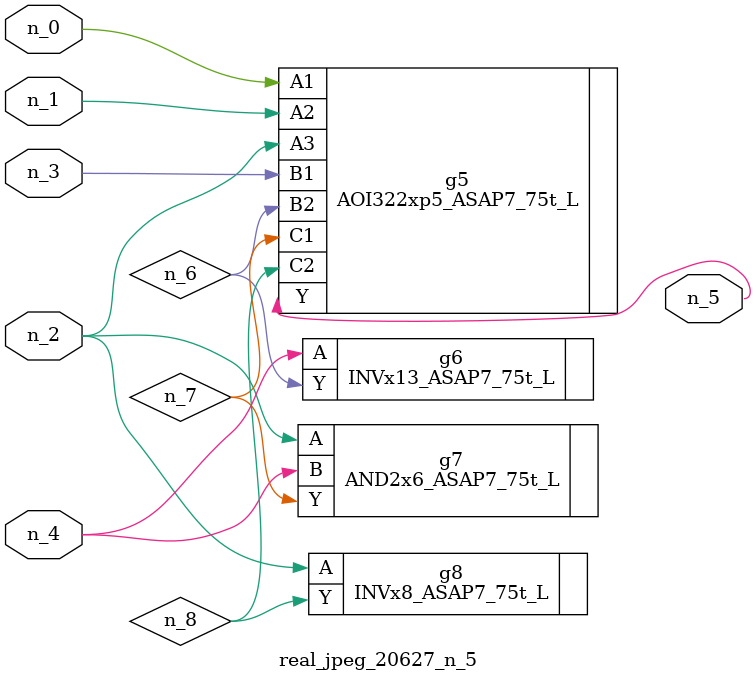
<source format=v>
module real_jpeg_20627_n_5 (n_4, n_0, n_1, n_2, n_3, n_5);

input n_4;
input n_0;
input n_1;
input n_2;
input n_3;

output n_5;

wire n_8;
wire n_6;
wire n_7;

AOI322xp5_ASAP7_75t_L g5 ( 
.A1(n_0),
.A2(n_1),
.A3(n_2),
.B1(n_3),
.B2(n_6),
.C1(n_7),
.C2(n_8),
.Y(n_5)
);

AND2x6_ASAP7_75t_L g7 ( 
.A(n_2),
.B(n_4),
.Y(n_7)
);

INVx8_ASAP7_75t_L g8 ( 
.A(n_2),
.Y(n_8)
);

INVx13_ASAP7_75t_L g6 ( 
.A(n_4),
.Y(n_6)
);


endmodule
</source>
